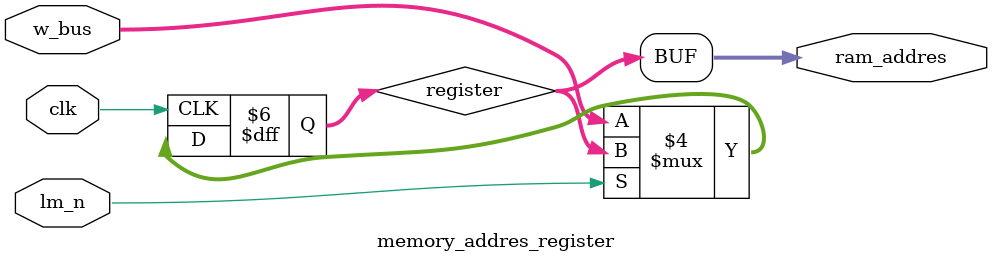
<source format=v>
`timescale 1ns / 1ps


module memory_addres_register(

input wire				clk,
input	wire				lm_n,  //load in memory
input	wire	[3:0]		w_bus,

output wire	[3:0]		ram_addres
    
    );

reg			[3:0]		register;

always @(posedge clk)
begin
	if(lm_n ==1'b0)
		begin
			register<=w_bus;
		end
	else
		begin
			register<=register;
		end

end


assign ram_addres =register;
endmodule

</source>
